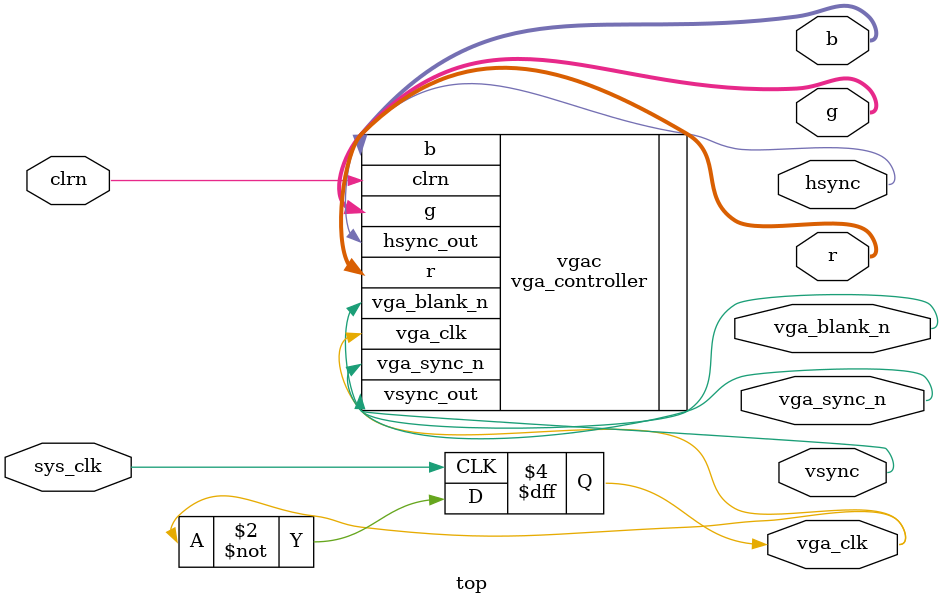
<source format=v>
module top (sys_clk, clrn, r, g, b, hsync, vsync, vga_sync_n, vga_blank_n, vga_clk);

input        sys_clk, clrn;

output [7:0] r, g, b;          // red, green, blue colors, 8-bit for each
output       hsync, vsync;     // horizontal and vertical synchronization

output       vga_sync_n, vga_blank_n;
output       vga_clk;

// sys_clk to vga_clk
reg vga_clk = 1;
always @(negedge sys_clk) begin
    vga_clk <= ~vga_clk;
end

vga_controller vgac (.vga_clk(vga_clk), .clrn(clrn), .r(r), .g(g), .b(b), .hsync_out(hsync), .vsync_out(vsync),
                     .vga_sync_n(vga_sync_n), .vga_blank_n(vga_blank_n));

endmodule
</source>
